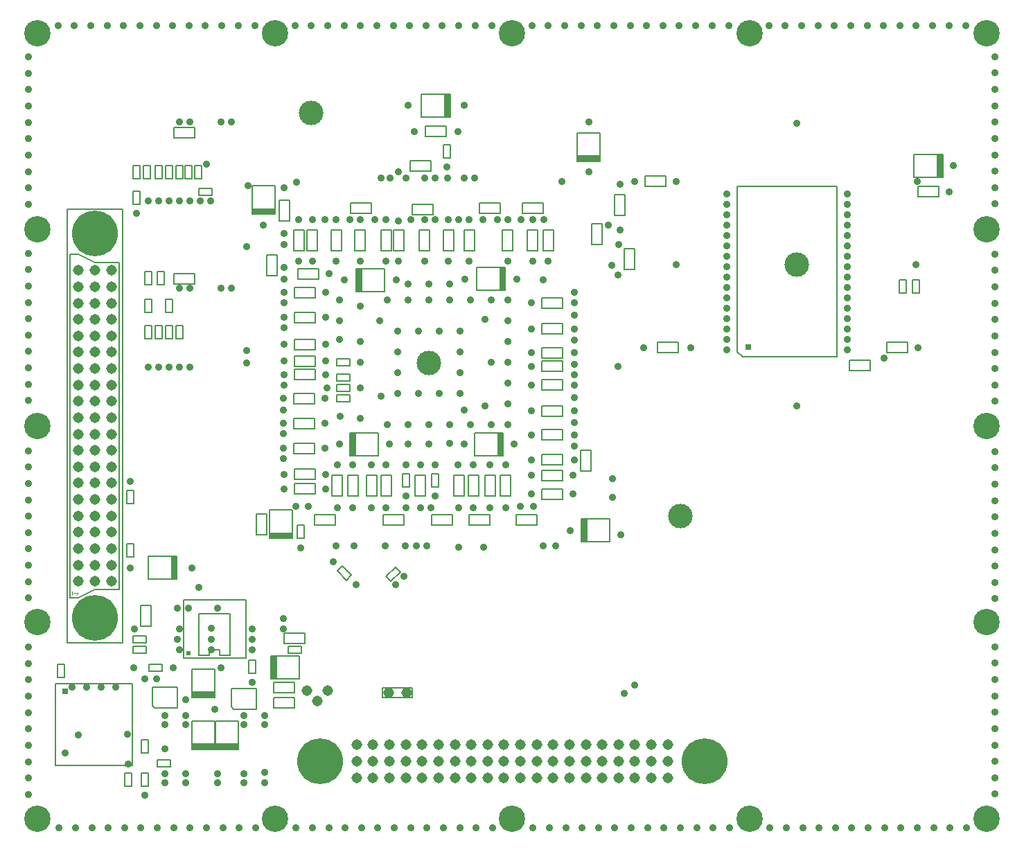
<source format=gbr>
G75*
G70*
%OFA0B0*%
%FSLAX24Y24*%
%IPPOS*%
%LPD*%
%AMOC8*
5,1,8,0,0,1.08239X$1,22.5*
%
%ADD10C,0.0515*%
%ADD11C,0.2205*%
%ADD12C,0.0050*%
%ADD13C,0.0030*%
%ADD14R,0.0250X0.0250*%
%ADD15R,0.0276X0.1102*%
%ADD16R,0.1102X0.0276*%
%ADD17R,0.0200X0.0200*%
%ADD18C,0.0360*%
%ADD19C,0.1266*%
%ADD20C,0.1181*%
D10*
X013905Y007105D03*
X014405Y006605D03*
X014905Y007105D03*
X017821Y007005D03*
X018689Y007005D03*
X018659Y004486D03*
X019446Y004486D03*
X019446Y003698D03*
X018659Y003698D03*
X018659Y002911D03*
X019446Y002911D03*
X020234Y002911D03*
X021021Y002911D03*
X021809Y002911D03*
X022596Y002911D03*
X022596Y003698D03*
X023383Y003698D03*
X024171Y003698D03*
X024171Y002911D03*
X023383Y002911D03*
X024958Y002911D03*
X024958Y003698D03*
X025746Y003698D03*
X026533Y003698D03*
X026533Y002911D03*
X025746Y002911D03*
X027320Y002911D03*
X027320Y003698D03*
X027320Y004486D03*
X026533Y004486D03*
X025746Y004486D03*
X024958Y004486D03*
X024171Y004486D03*
X023383Y004486D03*
X022596Y004486D03*
X021809Y004486D03*
X021021Y004486D03*
X020234Y004486D03*
X020234Y003698D03*
X021021Y003698D03*
X021809Y003698D03*
X017872Y003698D03*
X017872Y002911D03*
X017084Y002911D03*
X016297Y002911D03*
X016297Y003698D03*
X017084Y003698D03*
X017084Y004486D03*
X016297Y004486D03*
X017872Y004486D03*
X028108Y004486D03*
X028895Y004486D03*
X029683Y004486D03*
X030470Y004486D03*
X031257Y004486D03*
X031257Y003698D03*
X030470Y003698D03*
X030470Y002911D03*
X031257Y002911D03*
X029683Y002911D03*
X029683Y003698D03*
X028895Y003698D03*
X028108Y003698D03*
X028108Y002911D03*
X028895Y002911D03*
X004486Y012360D03*
X004486Y013147D03*
X004486Y013935D03*
X004486Y014722D03*
X004486Y015509D03*
X003698Y015509D03*
X002911Y015509D03*
X002911Y014722D03*
X003698Y014722D03*
X003698Y013935D03*
X002911Y013935D03*
X002911Y013147D03*
X003698Y013147D03*
X003698Y012360D03*
X002911Y012360D03*
X002911Y016297D03*
X003698Y016297D03*
X003698Y017084D03*
X002911Y017084D03*
X002911Y017872D03*
X003698Y017872D03*
X003698Y018659D03*
X002911Y018659D03*
X002911Y019446D03*
X003698Y019446D03*
X004486Y019446D03*
X004486Y018659D03*
X004486Y017872D03*
X004486Y017084D03*
X004486Y016297D03*
X004486Y020234D03*
X004486Y021021D03*
X004486Y021809D03*
X004486Y022596D03*
X004486Y023383D03*
X004486Y024171D03*
X004486Y024958D03*
X004486Y025746D03*
X004486Y026533D03*
X004486Y027320D03*
X003698Y027320D03*
X002911Y027320D03*
X002911Y026533D03*
X003698Y026533D03*
X003698Y025746D03*
X002911Y025746D03*
X002911Y024958D03*
X003698Y024958D03*
X003698Y024171D03*
X002911Y024171D03*
X002911Y023383D03*
X003698Y023383D03*
X003698Y022596D03*
X002911Y022596D03*
X002911Y021809D03*
X003698Y021809D03*
X003698Y021021D03*
X002911Y021021D03*
X002911Y020234D03*
X003698Y020234D03*
D11*
X003698Y029092D03*
X003698Y010588D03*
X014525Y003698D03*
X033029Y003698D03*
D12*
X028474Y014254D02*
X027096Y014254D01*
X027096Y015356D01*
X028474Y015356D01*
X028474Y014254D01*
X026205Y016305D02*
X025205Y016305D01*
X025205Y016805D01*
X026205Y016805D01*
X026205Y016305D01*
X026205Y017205D02*
X025205Y017205D01*
X025205Y017705D01*
X026205Y017705D01*
X026205Y017205D01*
X027055Y017655D02*
X027555Y017655D01*
X027555Y018655D01*
X027055Y018655D01*
X027055Y017655D01*
X026205Y017955D02*
X026205Y018455D01*
X025205Y018455D01*
X025205Y017955D01*
X026205Y017955D01*
X026205Y019155D02*
X025205Y019155D01*
X025205Y019655D01*
X026205Y019655D01*
X026205Y019155D01*
X026205Y020305D02*
X025205Y020305D01*
X025205Y020805D01*
X026205Y020805D01*
X026205Y020305D01*
X026205Y021555D02*
X025205Y021555D01*
X025205Y022055D01*
X026205Y022055D01*
X026205Y021555D01*
X026205Y022455D02*
X025205Y022455D01*
X025205Y022955D01*
X026205Y022955D01*
X026205Y022455D01*
X026205Y023105D02*
X025205Y023105D01*
X025205Y023605D01*
X026205Y023605D01*
X026205Y023105D01*
X026205Y024255D02*
X025205Y024255D01*
X025205Y024755D01*
X026205Y024755D01*
X026205Y024255D01*
X026205Y025505D02*
X025205Y025505D01*
X025205Y026005D01*
X026205Y026005D01*
X026205Y025505D01*
X023444Y026354D02*
X023444Y027456D01*
X022066Y027456D01*
X022066Y026354D01*
X023444Y026354D01*
X023305Y028255D02*
X023305Y029255D01*
X023805Y029255D01*
X023805Y028255D01*
X023305Y028255D01*
X024505Y028255D02*
X024505Y029255D01*
X025005Y029255D01*
X025005Y028255D01*
X024505Y028255D01*
X025255Y028255D02*
X025255Y029255D01*
X025755Y029255D01*
X025755Y028255D01*
X025255Y028255D01*
X025255Y030055D02*
X024255Y030055D01*
X024255Y030555D01*
X025255Y030555D01*
X025255Y030055D01*
X023205Y030055D02*
X022205Y030055D01*
X022205Y030555D01*
X023205Y030555D01*
X023205Y030055D01*
X021955Y029255D02*
X021455Y029255D01*
X021455Y028255D01*
X021955Y028255D01*
X021955Y029255D01*
X020955Y029255D02*
X020955Y028255D01*
X020455Y028255D01*
X020455Y029255D01*
X020955Y029255D01*
X019955Y030005D02*
X019955Y030505D01*
X018955Y030505D01*
X018955Y030005D01*
X019955Y030005D01*
X019805Y029255D02*
X019305Y029255D01*
X019305Y028255D01*
X019805Y028255D01*
X019805Y029255D01*
X018555Y029255D02*
X018555Y028255D01*
X018055Y028255D01*
X018055Y029255D01*
X018555Y029255D01*
X017955Y029255D02*
X017955Y028255D01*
X017455Y028255D01*
X017455Y029255D01*
X017955Y029255D01*
X017005Y030055D02*
X017005Y030555D01*
X016005Y030555D01*
X016005Y030055D01*
X017005Y030055D01*
X016705Y029255D02*
X016205Y029255D01*
X016205Y028255D01*
X016705Y028255D01*
X016705Y029255D01*
X015555Y029255D02*
X015555Y028255D01*
X015055Y028255D01*
X015055Y029255D01*
X015555Y029255D01*
X014405Y029255D02*
X014405Y028255D01*
X013905Y028255D01*
X013905Y029255D01*
X014405Y029255D01*
X013755Y029255D02*
X013755Y028255D01*
X013255Y028255D01*
X013255Y029255D01*
X013755Y029255D01*
X013055Y029705D02*
X013055Y030705D01*
X012555Y030705D01*
X012555Y029705D01*
X013055Y029705D01*
X012356Y030016D02*
X011254Y030016D01*
X011254Y031394D01*
X012356Y031394D01*
X012356Y030016D01*
X012455Y028055D02*
X011955Y028055D01*
X011955Y027055D01*
X012455Y027055D01*
X012455Y028055D01*
X013455Y027405D02*
X013455Y026905D01*
X014455Y026905D01*
X014455Y027405D01*
X013455Y027405D01*
X013305Y026505D02*
X013305Y026005D01*
X014305Y026005D01*
X014305Y026505D01*
X013305Y026505D01*
X013305Y025305D02*
X013305Y024805D01*
X014305Y024805D01*
X014305Y025305D01*
X013305Y025305D01*
X013305Y024005D02*
X013305Y023505D01*
X014305Y023505D01*
X014305Y024005D01*
X013305Y024005D01*
X013305Y023205D02*
X013305Y022705D01*
X014305Y022705D01*
X014305Y023205D01*
X013305Y023205D01*
X013305Y022555D02*
X013305Y022055D01*
X014305Y022055D01*
X014305Y022555D01*
X013305Y022555D01*
X013255Y021405D02*
X013255Y020905D01*
X014255Y020905D01*
X014255Y021405D01*
X013255Y021405D01*
X013255Y020205D02*
X013255Y019705D01*
X014255Y019705D01*
X014255Y020205D01*
X013255Y020205D01*
X013255Y019005D02*
X013255Y018505D01*
X014255Y018505D01*
X014255Y019005D01*
X013255Y019005D01*
X013305Y017755D02*
X013305Y017255D01*
X014305Y017255D01*
X014305Y017755D01*
X013305Y017755D01*
X013305Y017055D02*
X013305Y016555D01*
X014305Y016555D01*
X014305Y017055D01*
X013305Y017055D01*
X015105Y017455D02*
X015105Y016455D01*
X015605Y016455D01*
X015605Y017455D01*
X015105Y017455D01*
X015855Y017455D02*
X015855Y016455D01*
X016355Y016455D01*
X016355Y017455D01*
X015855Y017455D01*
X016755Y017455D02*
X016755Y016455D01*
X017255Y016455D01*
X017255Y017455D01*
X016755Y017455D01*
X017455Y017455D02*
X017455Y016455D01*
X017955Y016455D01*
X017955Y017455D01*
X017455Y017455D01*
X017344Y018404D02*
X017344Y019506D01*
X015966Y019506D01*
X015966Y018404D01*
X017344Y018404D01*
X018488Y017520D02*
X018488Y016890D01*
X018822Y016890D01*
X018822Y017520D01*
X018488Y017520D01*
X019105Y017455D02*
X019105Y016455D01*
X019605Y016455D01*
X019605Y017455D01*
X019105Y017455D01*
X019888Y017520D02*
X020222Y017520D01*
X020222Y016890D01*
X019888Y016890D01*
X019888Y017520D01*
X020955Y017455D02*
X020955Y016455D01*
X021455Y016455D01*
X021455Y017455D01*
X020955Y017455D01*
X021655Y017455D02*
X021655Y016455D01*
X022155Y016455D01*
X022155Y017455D01*
X021655Y017455D01*
X022455Y017455D02*
X022455Y016455D01*
X022955Y016455D01*
X022955Y017455D01*
X022455Y017455D01*
X023205Y017455D02*
X023205Y016455D01*
X023705Y016455D01*
X023705Y017455D01*
X023205Y017455D01*
X023344Y018404D02*
X021966Y018404D01*
X021966Y019506D01*
X023344Y019506D01*
X023344Y018404D01*
X022705Y015555D02*
X021705Y015555D01*
X021705Y015055D01*
X022705Y015055D01*
X022705Y015555D01*
X023985Y015555D02*
X023985Y015055D01*
X024985Y015055D01*
X024985Y015555D01*
X023985Y015555D01*
X020905Y015555D02*
X020905Y015055D01*
X019905Y015055D01*
X019905Y015555D01*
X020905Y015555D01*
X018555Y015555D02*
X018555Y015055D01*
X017555Y015055D01*
X017555Y015555D01*
X018555Y015555D01*
X018159Y013046D02*
X018396Y012809D01*
X017951Y012364D01*
X017714Y012601D01*
X018159Y013046D01*
X016046Y012651D02*
X015809Y012414D01*
X015364Y012859D01*
X015601Y013096D01*
X016046Y012651D01*
X013772Y014440D02*
X013438Y014440D01*
X013438Y015070D01*
X013772Y015070D01*
X013772Y014440D01*
X013206Y014416D02*
X012104Y014416D01*
X012104Y015794D01*
X013206Y015794D01*
X013206Y014416D01*
X011955Y014605D02*
X011955Y015605D01*
X011455Y015605D01*
X011455Y014605D01*
X011955Y014605D01*
X014255Y015055D02*
X015255Y015055D01*
X015255Y015555D01*
X014255Y015555D01*
X014255Y015055D01*
X010955Y011455D02*
X010955Y008655D01*
X007955Y008655D01*
X007955Y011455D01*
X010955Y011455D01*
X010205Y010805D02*
X010205Y008805D01*
X009705Y008805D01*
X009705Y009055D01*
X009205Y009055D01*
X009205Y008805D01*
X008705Y008805D01*
X008705Y010805D01*
X010205Y010805D01*
X012805Y009855D02*
X012805Y009355D01*
X013805Y009355D01*
X013805Y009855D01*
X012805Y009855D01*
X012990Y009222D02*
X012990Y008888D01*
X013620Y008888D01*
X013620Y009222D01*
X012990Y009222D01*
X013544Y008756D02*
X012166Y008756D01*
X012166Y007654D01*
X013544Y007654D01*
X013544Y008756D01*
X013305Y007505D02*
X012305Y007505D01*
X012305Y007005D01*
X013305Y007005D01*
X013305Y007505D01*
X013305Y006755D02*
X012305Y006755D01*
X012305Y006255D01*
X013305Y006255D01*
X013305Y006755D01*
X011455Y007205D02*
X011455Y006205D01*
X010380Y006205D01*
X010255Y006330D01*
X010255Y007205D01*
X011455Y007205D01*
X011422Y007940D02*
X011088Y007940D01*
X011088Y008570D01*
X011422Y008570D01*
X011422Y007940D01*
X009456Y008144D02*
X009456Y006766D01*
X008354Y006766D01*
X008354Y008144D01*
X009456Y008144D01*
X007655Y007255D02*
X007655Y006255D01*
X006580Y006255D01*
X006455Y006380D01*
X006455Y007255D01*
X007655Y007255D01*
X006920Y008038D02*
X006920Y008372D01*
X006290Y008372D01*
X006290Y008038D01*
X006920Y008038D01*
X006170Y008888D02*
X006170Y009222D01*
X005540Y009222D01*
X005540Y008888D01*
X006170Y008888D01*
X006170Y009388D02*
X005540Y009388D01*
X005540Y009722D01*
X006170Y009722D01*
X006170Y009388D01*
X006405Y010205D02*
X005905Y010205D01*
X005905Y011205D01*
X006405Y011205D01*
X006405Y010205D01*
X005037Y009407D02*
X005037Y030273D01*
X002360Y030273D01*
X002360Y009407D01*
X005037Y009407D01*
X005505Y007424D02*
X001805Y007424D01*
X001805Y003486D01*
X005505Y003486D01*
X005505Y007424D01*
X008354Y005644D02*
X008354Y004266D01*
X009456Y004266D01*
X009456Y005644D01*
X008354Y005644D01*
X009504Y005644D02*
X009504Y004266D01*
X010606Y004266D01*
X010606Y005644D01*
X009504Y005644D01*
X007320Y003772D02*
X007320Y003438D01*
X006690Y003438D01*
X006690Y003772D01*
X007320Y003772D01*
X006272Y004090D02*
X006272Y004720D01*
X005938Y004720D01*
X005938Y004090D01*
X006272Y004090D01*
X006272Y003120D02*
X005938Y003120D01*
X005938Y002490D01*
X006272Y002490D01*
X006272Y003120D01*
X005472Y003120D02*
X005472Y002490D01*
X005138Y002490D01*
X005138Y003120D01*
X005472Y003120D01*
X002222Y007740D02*
X001888Y007740D01*
X001888Y008370D01*
X002222Y008370D01*
X002222Y007740D01*
X002517Y011572D02*
X002911Y011572D01*
X003698Y011966D01*
X004879Y011966D01*
X004879Y027714D01*
X003698Y027714D01*
X002911Y028108D01*
X002517Y028108D01*
X002517Y011572D01*
X005238Y013540D02*
X005238Y014170D01*
X005572Y014170D01*
X005572Y013540D01*
X005238Y013540D01*
X006266Y013556D02*
X006266Y012454D01*
X007644Y012454D01*
X007644Y013556D01*
X006266Y013556D01*
X005572Y016090D02*
X005238Y016090D01*
X005238Y016720D01*
X005572Y016720D01*
X005572Y016090D01*
X006088Y024040D02*
X006422Y024040D01*
X006422Y024670D01*
X006088Y024670D01*
X006088Y024040D01*
X006588Y024040D02*
X006922Y024040D01*
X006922Y024670D01*
X006588Y024670D01*
X006588Y024040D01*
X007088Y024040D02*
X007422Y024040D01*
X007422Y024670D01*
X007088Y024670D01*
X007088Y024040D01*
X007588Y024040D02*
X007922Y024040D01*
X007922Y024670D01*
X007588Y024670D01*
X007588Y024040D01*
X007422Y025290D02*
X007088Y025290D01*
X007088Y025920D01*
X007422Y025920D01*
X007422Y025290D01*
X006422Y025290D02*
X006422Y025920D01*
X006088Y025920D01*
X006088Y025290D01*
X006422Y025290D01*
X006422Y026640D02*
X006088Y026640D01*
X006088Y027270D01*
X006422Y027270D01*
X006422Y026640D01*
X006688Y026640D02*
X006688Y027270D01*
X007022Y027270D01*
X007022Y026640D01*
X006688Y026640D01*
X007505Y026655D02*
X007505Y027155D01*
X008505Y027155D01*
X008505Y026655D01*
X007505Y026655D01*
X005872Y030490D02*
X005538Y030490D01*
X005538Y031120D01*
X005872Y031120D01*
X005872Y030490D01*
X005872Y031740D02*
X005538Y031740D01*
X005538Y032370D01*
X005872Y032370D01*
X005872Y031740D01*
X006038Y031740D02*
X006372Y031740D01*
X006372Y032370D01*
X006038Y032370D01*
X006038Y031740D01*
X006588Y031740D02*
X006588Y032370D01*
X006922Y032370D01*
X006922Y031740D01*
X006588Y031740D01*
X007088Y031740D02*
X007088Y032370D01*
X007422Y032370D01*
X007422Y031740D01*
X007088Y031740D01*
X007588Y031740D02*
X007588Y032370D01*
X007922Y032370D01*
X007922Y031740D01*
X007588Y031740D01*
X008038Y031740D02*
X008038Y032370D01*
X008372Y032370D01*
X008372Y031740D01*
X008038Y031740D01*
X008488Y031740D02*
X008488Y032370D01*
X008822Y032370D01*
X008822Y031740D01*
X008488Y031740D01*
X008690Y031272D02*
X008690Y030938D01*
X009320Y030938D01*
X009320Y031272D01*
X008690Y031272D01*
X008505Y033705D02*
X007505Y033705D01*
X007505Y034205D01*
X008505Y034205D01*
X008505Y033705D01*
X016266Y027406D02*
X016266Y026304D01*
X017644Y026304D01*
X017644Y027406D01*
X016266Y027406D01*
X015970Y023072D02*
X015340Y023072D01*
X015340Y022738D01*
X015970Y022738D01*
X015970Y023072D01*
X015970Y022322D02*
X015340Y022322D01*
X015340Y021988D01*
X015970Y021988D01*
X015970Y022322D01*
X015970Y021822D02*
X015340Y021822D01*
X015340Y021488D01*
X015970Y021488D01*
X015970Y021822D01*
X015970Y021322D02*
X015340Y021322D01*
X015340Y020988D01*
X015970Y020988D01*
X015970Y021322D01*
X027605Y028555D02*
X028105Y028555D01*
X028105Y029555D01*
X027605Y029555D01*
X027605Y028555D01*
X029155Y028355D02*
X029155Y027355D01*
X029655Y027355D01*
X029655Y028355D01*
X029155Y028355D01*
X029205Y029955D02*
X028705Y029955D01*
X028705Y030955D01*
X029205Y030955D01*
X029205Y029955D01*
X030155Y031355D02*
X031155Y031355D01*
X031155Y031855D01*
X030155Y031855D01*
X030155Y031355D01*
X028006Y032566D02*
X026904Y032566D01*
X026904Y033944D01*
X028006Y033944D01*
X028006Y032566D01*
X034605Y031355D02*
X039405Y031355D01*
X039405Y023155D01*
X034855Y023155D01*
X034605Y023405D01*
X034605Y031355D01*
X042388Y026870D02*
X042388Y026240D01*
X042722Y026240D01*
X042722Y026870D01*
X042388Y026870D01*
X043038Y026870D02*
X043038Y026240D01*
X043372Y026240D01*
X043372Y026870D01*
X043038Y026870D01*
X042805Y023855D02*
X041805Y023855D01*
X041805Y023355D01*
X042805Y023355D01*
X042805Y023855D01*
X041005Y023005D02*
X041005Y022505D01*
X040005Y022505D01*
X040005Y023005D01*
X041005Y023005D01*
X043305Y030855D02*
X044305Y030855D01*
X044305Y031355D01*
X043305Y031355D01*
X043305Y030855D01*
X043116Y031804D02*
X044494Y031804D01*
X044494Y032906D01*
X043116Y032906D01*
X043116Y031804D01*
X031755Y023855D02*
X031755Y023355D01*
X030755Y023355D01*
X030755Y023855D01*
X031755Y023855D01*
X020804Y032740D02*
X020804Y033370D01*
X020469Y033370D01*
X020469Y032740D01*
X020804Y032740D01*
X019855Y032605D02*
X019855Y032105D01*
X018855Y032105D01*
X018855Y032605D01*
X019855Y032605D01*
X019605Y033755D02*
X020605Y033755D01*
X020605Y034255D01*
X019605Y034255D01*
X019605Y033755D01*
X019416Y034704D02*
X020794Y034704D01*
X020794Y035806D01*
X019416Y035806D01*
X019416Y034704D01*
X018964Y007241D02*
X017546Y007241D01*
X017546Y006769D01*
X018964Y006769D01*
X018964Y007241D01*
D13*
X002896Y011783D02*
X002606Y011783D01*
X002606Y011686D02*
X002606Y011880D01*
X002799Y011686D02*
X002896Y011783D01*
D14*
X002280Y007080D03*
X035130Y023630D03*
D15*
X027254Y014805D03*
X023186Y018955D03*
X016124Y018955D03*
X007486Y013005D03*
X012324Y008205D03*
X016424Y026855D03*
X023286Y026905D03*
X020636Y035255D03*
X044336Y032355D03*
D16*
X027455Y032724D03*
X011805Y030174D03*
X012655Y014574D03*
X008905Y006924D03*
X008905Y004424D03*
X010055Y004424D03*
D17*
X008205Y008905D03*
D18*
X007755Y009055D03*
X007655Y009555D03*
X007755Y010055D03*
X007655Y011055D03*
X008205Y011055D03*
X009305Y010105D03*
X009305Y009555D03*
X009305Y009055D03*
X009755Y008205D03*
X011255Y007505D03*
X011255Y009055D03*
X011255Y009555D03*
X011255Y010055D03*
X012755Y010055D03*
X012755Y010555D03*
X009605Y011055D03*
X008705Y012055D03*
X008355Y013005D03*
X005405Y013005D03*
X005605Y010055D03*
X005555Y008205D03*
X006105Y007655D03*
X006655Y007655D03*
X007455Y008205D03*
X008055Y006655D03*
X008055Y005905D03*
X008055Y005455D03*
X007055Y005455D03*
X007055Y005905D03*
X005255Y005005D03*
X007055Y004305D03*
X007055Y003105D03*
X007055Y002655D03*
X008055Y002655D03*
X008055Y003105D03*
X009605Y003105D03*
X009605Y002655D03*
X010855Y002655D03*
X010855Y003105D03*
X011855Y003155D03*
X011855Y002655D03*
X011430Y000505D03*
X010643Y000505D03*
X009855Y000505D03*
X009068Y000505D03*
X008281Y000505D03*
X007493Y000505D03*
X006706Y000505D03*
X005918Y000505D03*
X005131Y000505D03*
X004344Y000505D03*
X003556Y000505D03*
X002756Y000505D03*
X001956Y000505D03*
X000505Y002106D03*
X000505Y002894D03*
X000505Y003681D03*
X000505Y004468D03*
X000505Y005256D03*
X000505Y006043D03*
X000505Y006831D03*
X000505Y007618D03*
X000505Y008405D03*
X000505Y009193D03*
X002605Y007255D03*
X003305Y007255D03*
X004005Y007255D03*
X004705Y007255D03*
X002905Y004955D03*
X002255Y004105D03*
X005305Y003555D03*
X006105Y002055D03*
X009455Y006205D03*
X010855Y005905D03*
X010855Y005455D03*
X011855Y005455D03*
X011855Y005905D03*
X013356Y000505D03*
X014156Y000505D03*
X014956Y000505D03*
X015744Y000505D03*
X016531Y000505D03*
X017318Y000505D03*
X018106Y000505D03*
X018893Y000505D03*
X019681Y000505D03*
X020468Y000505D03*
X021255Y000505D03*
X022043Y000505D03*
X022830Y000505D03*
X024756Y000505D03*
X025556Y000505D03*
X026356Y000505D03*
X027144Y000505D03*
X027931Y000505D03*
X028718Y000505D03*
X029506Y000505D03*
X030293Y000505D03*
X031081Y000505D03*
X031868Y000505D03*
X032655Y000505D03*
X033443Y000505D03*
X034230Y000505D03*
X036156Y000505D03*
X036956Y000505D03*
X037756Y000505D03*
X038544Y000505D03*
X039331Y000505D03*
X040118Y000505D03*
X040906Y000505D03*
X041693Y000505D03*
X042481Y000505D03*
X043268Y000505D03*
X044055Y000505D03*
X044843Y000505D03*
X045630Y000505D03*
X047005Y002117D03*
X047005Y002905D03*
X047005Y003692D03*
X047005Y004479D03*
X047005Y005267D03*
X047005Y006054D03*
X047005Y006842D03*
X047005Y007629D03*
X047005Y008416D03*
X047005Y009204D03*
X047005Y011517D03*
X047005Y012305D03*
X047005Y013092D03*
X047005Y013879D03*
X047005Y014667D03*
X047005Y015454D03*
X047005Y016242D03*
X047005Y017029D03*
X047005Y017816D03*
X047005Y018604D03*
X047005Y021017D03*
X047005Y021805D03*
X047005Y022592D03*
X047005Y023379D03*
X047005Y024167D03*
X047005Y024954D03*
X047005Y025742D03*
X047005Y026529D03*
X047005Y027316D03*
X047005Y028104D03*
X047005Y030517D03*
X047005Y031305D03*
X047005Y032092D03*
X047005Y032879D03*
X047005Y033667D03*
X047005Y034454D03*
X047005Y035242D03*
X047005Y036029D03*
X047005Y036816D03*
X047005Y037604D03*
X045604Y039105D03*
X044804Y039105D03*
X044004Y039105D03*
X043216Y039105D03*
X042429Y039105D03*
X041642Y039105D03*
X040854Y039105D03*
X040067Y039105D03*
X039279Y039105D03*
X038492Y039105D03*
X037705Y039105D03*
X036917Y039105D03*
X036130Y039105D03*
X034204Y039105D03*
X033404Y039105D03*
X032604Y039105D03*
X031816Y039105D03*
X031029Y039105D03*
X030242Y039105D03*
X029454Y039105D03*
X028667Y039105D03*
X027879Y039105D03*
X027092Y039105D03*
X026305Y039105D03*
X025517Y039105D03*
X024730Y039105D03*
X022804Y039105D03*
X022004Y039105D03*
X021204Y039105D03*
X020416Y039105D03*
X019629Y039105D03*
X018842Y039105D03*
X018054Y039105D03*
X017267Y039105D03*
X016479Y039105D03*
X015692Y039105D03*
X014905Y039105D03*
X014117Y039105D03*
X013330Y039105D03*
X011404Y039105D03*
X010604Y039105D03*
X009804Y039105D03*
X009016Y039105D03*
X008229Y039105D03*
X007442Y039105D03*
X006654Y039105D03*
X005867Y039105D03*
X005079Y039105D03*
X004292Y039105D03*
X003505Y039105D03*
X002717Y039105D03*
X001930Y039105D03*
X000505Y037593D03*
X000505Y036805D03*
X000505Y036018D03*
X000505Y035231D03*
X000505Y034443D03*
X000505Y033656D03*
X000505Y032868D03*
X000505Y032081D03*
X000505Y031294D03*
X000505Y030506D03*
X000505Y028143D03*
X000505Y027355D03*
X000505Y026568D03*
X000505Y025781D03*
X000505Y024993D03*
X000505Y024206D03*
X000505Y023418D03*
X000505Y022631D03*
X000505Y021844D03*
X000505Y021056D03*
X000505Y018643D03*
X000505Y017855D03*
X000505Y017068D03*
X000505Y016281D03*
X000505Y015493D03*
X000505Y014706D03*
X000505Y013918D03*
X000505Y013131D03*
X000505Y012344D03*
X000505Y011556D03*
X005405Y017155D03*
X006255Y022655D03*
X006755Y022655D03*
X007255Y022655D03*
X007755Y022655D03*
X008255Y022655D03*
X011005Y022855D03*
X011005Y023455D03*
X012805Y023755D03*
X012805Y022955D03*
X012805Y022305D03*
X012805Y021805D03*
X012755Y021155D03*
X012755Y020605D03*
X012755Y019955D03*
X012755Y019455D03*
X012755Y018755D03*
X012755Y018255D03*
X012805Y017505D03*
X012805Y016805D03*
X013355Y015955D03*
X013955Y015955D03*
X014805Y016805D03*
X014805Y017505D03*
X015355Y017955D03*
X016105Y017955D03*
X017005Y017955D03*
X017705Y017955D03*
X018655Y017955D03*
X019355Y017955D03*
X020055Y017955D03*
X019755Y018955D03*
X018755Y018955D03*
X017855Y018955D03*
X017755Y019905D03*
X018755Y019905D03*
X019755Y019905D03*
X020755Y019905D03*
X021455Y020605D03*
X021755Y019905D03*
X022755Y019905D03*
X023555Y019905D03*
X023555Y020905D03*
X022455Y020805D03*
X021255Y021405D03*
X021255Y022405D03*
X020255Y021405D03*
X019255Y021405D03*
X018255Y021405D03*
X017455Y021255D03*
X016455Y021655D03*
X016455Y022905D03*
X016455Y023905D03*
X015455Y024005D03*
X014805Y023755D03*
X014805Y022955D03*
X014805Y022305D03*
X014855Y021655D03*
X014755Y021155D03*
X015505Y020305D03*
X014755Y019955D03*
X014755Y018755D03*
X015455Y018955D03*
X016455Y020205D03*
X018255Y022405D03*
X018255Y023405D03*
X018255Y024405D03*
X017405Y024905D03*
X016455Y025605D03*
X015455Y025905D03*
X014805Y026255D03*
X014955Y027155D03*
X015305Y027755D03*
X016455Y027755D03*
X015705Y026855D03*
X014155Y027755D03*
X013505Y027755D03*
X012805Y027455D03*
X012805Y026905D03*
X012805Y026255D03*
X012805Y025755D03*
X012805Y025055D03*
X012805Y024555D03*
X014805Y025055D03*
X015455Y024905D03*
X017755Y025905D03*
X018755Y025905D03*
X018755Y026655D03*
X018205Y026855D03*
X018305Y027755D03*
X017705Y027755D03*
X019555Y027755D03*
X020705Y027755D03*
X021705Y027755D03*
X021505Y026905D03*
X020755Y026655D03*
X020755Y025905D03*
X019755Y025905D03*
X019755Y026655D03*
X021755Y025905D03*
X022755Y025905D03*
X023555Y025905D03*
X024005Y026905D03*
X023555Y027755D03*
X024755Y027755D03*
X025505Y027755D03*
X025255Y026855D03*
X024705Y025755D03*
X023555Y024905D03*
X023555Y023905D03*
X024705Y023355D03*
X024705Y022705D03*
X024705Y021805D03*
X023555Y021905D03*
X023555Y022905D03*
X022755Y022905D03*
X021255Y023405D03*
X021255Y024405D03*
X020255Y024405D03*
X019255Y024405D03*
X022455Y024955D03*
X024705Y024505D03*
X026755Y024505D03*
X026755Y023955D03*
X026755Y023355D03*
X026755Y022805D03*
X026755Y022305D03*
X026755Y021805D03*
X026755Y021205D03*
X026755Y020555D03*
X026755Y020005D03*
X026755Y019405D03*
X026755Y018855D03*
X026755Y018205D03*
X026705Y017455D03*
X026705Y016555D03*
X026555Y014805D03*
X025855Y014055D03*
X025255Y014055D03*
X024805Y015955D03*
X024705Y016555D03*
X024155Y015955D03*
X023455Y015905D03*
X022705Y015905D03*
X021905Y015905D03*
X021205Y015905D03*
X020055Y016455D03*
X019855Y015905D03*
X019355Y015905D03*
X018655Y015905D03*
X018655Y016455D03*
X017705Y015905D03*
X017005Y015905D03*
X016105Y015905D03*
X015355Y015905D03*
X015305Y014055D03*
X015155Y013305D03*
X016155Y014055D03*
X017655Y014055D03*
X018629Y014055D03*
X019179Y014055D03*
X019655Y014055D03*
X021205Y014005D03*
X022405Y014005D03*
X018555Y012605D03*
X018155Y012205D03*
X016255Y012205D03*
X013605Y013955D03*
X020755Y019005D03*
X021455Y018955D03*
X021155Y017955D03*
X021905Y017955D03*
X022705Y017955D03*
X023455Y017955D03*
X023855Y018955D03*
X024705Y019405D03*
X024705Y020555D03*
X024705Y018205D03*
X024705Y017455D03*
X028605Y017305D03*
X028605Y016405D03*
X029005Y014605D03*
X037455Y020805D03*
X039905Y023505D03*
X039905Y024005D03*
X039905Y024505D03*
X039905Y025005D03*
X039905Y025505D03*
X039905Y026005D03*
X039905Y026505D03*
X039905Y027005D03*
X039905Y027505D03*
X039905Y028005D03*
X039905Y028505D03*
X039905Y029005D03*
X039905Y029505D03*
X039905Y030005D03*
X039905Y030505D03*
X039905Y031005D03*
X043255Y031605D03*
X044805Y031105D03*
X045005Y032355D03*
X043205Y027605D03*
X043305Y023605D03*
X041655Y023105D03*
X034105Y023505D03*
X034105Y024005D03*
X034105Y024505D03*
X034105Y025005D03*
X034105Y025505D03*
X034105Y026005D03*
X034105Y026505D03*
X034105Y027005D03*
X034105Y027505D03*
X034105Y028005D03*
X034105Y028505D03*
X034105Y029005D03*
X034105Y029505D03*
X034105Y030005D03*
X034105Y030505D03*
X034105Y031005D03*
X031655Y031605D03*
X029655Y031605D03*
X028955Y031455D03*
X027455Y032055D03*
X026155Y031605D03*
X025305Y029755D03*
X024755Y029755D03*
X024205Y029755D03*
X023555Y029755D03*
X023055Y029755D03*
X022355Y029755D03*
X021705Y029755D03*
X021205Y029755D03*
X020705Y029755D03*
X020055Y029755D03*
X019555Y029755D03*
X018905Y029755D03*
X018305Y029705D03*
X017705Y029755D03*
X017155Y029755D03*
X016455Y029755D03*
X015955Y029755D03*
X015305Y029755D03*
X014755Y029755D03*
X014155Y029755D03*
X013505Y029755D03*
X012805Y029105D03*
X012805Y028555D03*
X011805Y029505D03*
X011005Y028455D03*
X010255Y026455D03*
X009755Y026455D03*
X008255Y026455D03*
X007755Y026455D03*
X005705Y030055D03*
X006255Y030655D03*
X006755Y030655D03*
X007255Y030655D03*
X007755Y030655D03*
X008255Y030655D03*
X008755Y030655D03*
X009255Y030655D03*
X009065Y032425D03*
X011055Y031405D03*
X012805Y031305D03*
X013405Y031555D03*
X010255Y034455D03*
X009755Y034455D03*
X008255Y034455D03*
X007755Y034455D03*
X017455Y031755D03*
X017905Y031755D03*
X018305Y032055D03*
X018655Y031755D03*
X019555Y031755D03*
X020055Y031755D03*
X020655Y031755D03*
X020636Y032305D03*
X021455Y031755D03*
X021955Y031755D03*
X021155Y034005D03*
X021455Y035255D03*
X019055Y034005D03*
X018755Y035255D03*
X027455Y034455D03*
X028405Y029505D03*
X028955Y029255D03*
X028905Y028555D03*
X028555Y027555D03*
X028855Y027105D03*
X026755Y026255D03*
X026755Y025755D03*
X026755Y025155D03*
X028855Y022705D03*
X030105Y023605D03*
X032355Y023605D03*
X031655Y027605D03*
X037455Y034405D03*
X029655Y007355D03*
X029155Y006955D03*
D19*
X000942Y000942D03*
X000942Y010391D03*
X000942Y019840D03*
X000942Y029289D03*
X000942Y038738D03*
X012360Y038738D03*
X023777Y038738D03*
X035194Y038738D03*
X046612Y038738D03*
X046612Y029289D03*
X046612Y019840D03*
X046612Y010391D03*
X046612Y000942D03*
X035194Y000942D03*
X023777Y000942D03*
X012360Y000942D03*
D20*
X031855Y015498D03*
X019755Y022855D03*
X014105Y034898D03*
X037455Y027605D03*
M02*

</source>
